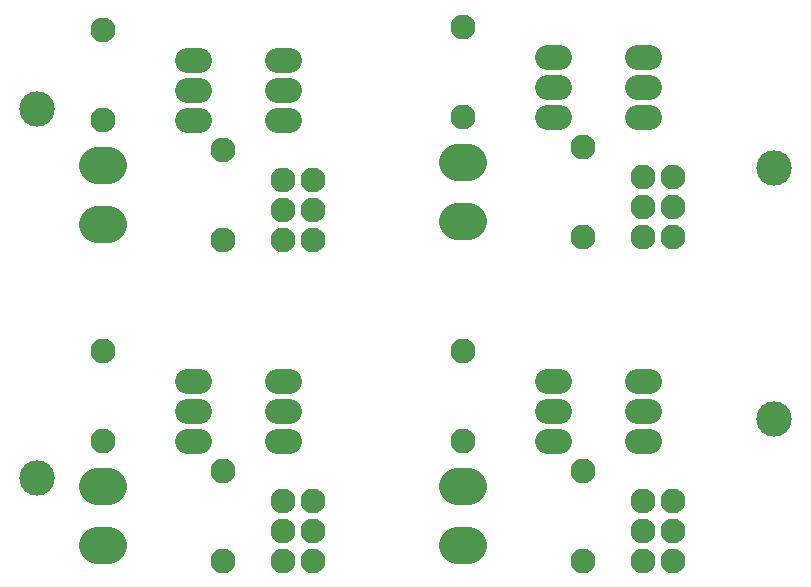
<source format=gbs>
G04 Layer: BottomSolderMaskLayer*
G04 EasyEDA v6.5.9, 2022-12-18 14:38:18*
G04 4aff3cac283946888bffb04ada9a0e28,5dd06754fdd742daa6fe38bf62b7df6b,10*
G04 Gerber Generator version 0.2*
G04 Scale: 100 percent, Rotated: No, Reflected: No *
G04 Dimensions in millimeters *
G04 leading zeros omitted , absolute positions ,4 integer and 5 decimal *
%FSLAX45Y45*%
%MOMM*%

%ADD10C,2.1016*%
%ADD11C,3.1016*%
%ADD12C,3.0000*%

%LPD*%
D10*
X1802599Y4622800D02*
G01*
X1702600Y4622800D01*
X1802599Y4368800D02*
G01*
X1702600Y4368800D01*
X2464600Y4368800D02*
G01*
X2564599Y4368800D01*
X2464600Y4622800D02*
G01*
X2564599Y4622800D01*
X1802599Y4114800D02*
G01*
X1702600Y4114800D01*
X2464600Y4114800D02*
G01*
X2564599Y4114800D01*
D11*
X942479Y3731260D02*
G01*
X1038720Y3731260D01*
X942479Y3228340D02*
G01*
X1038720Y3228340D01*
X942479Y1013460D02*
G01*
X1038720Y1013460D01*
X942479Y510540D02*
G01*
X1038720Y510540D01*
D10*
X1802599Y1905000D02*
G01*
X1702600Y1905000D01*
X1802599Y1651000D02*
G01*
X1702600Y1651000D01*
X2464600Y1651000D02*
G01*
X2564599Y1651000D01*
X2464600Y1905000D02*
G01*
X2564599Y1905000D01*
X1802599Y1397000D02*
G01*
X1702600Y1397000D01*
X2464600Y1397000D02*
G01*
X2564599Y1397000D01*
D11*
X3990479Y1013460D02*
G01*
X4086720Y1013460D01*
X3990479Y510540D02*
G01*
X4086720Y510540D01*
D10*
X4850599Y1905000D02*
G01*
X4750600Y1905000D01*
X4850599Y1651000D02*
G01*
X4750600Y1651000D01*
X5512600Y1651000D02*
G01*
X5612599Y1651000D01*
X5512600Y1905000D02*
G01*
X5612599Y1905000D01*
X4850599Y1397000D02*
G01*
X4750600Y1397000D01*
X5512600Y1397000D02*
G01*
X5612599Y1397000D01*
D11*
X3990479Y3756660D02*
G01*
X4086720Y3756660D01*
X3990479Y3253740D02*
G01*
X4086720Y3253740D01*
D10*
X4850599Y4648200D02*
G01*
X4750600Y4648200D01*
X4850599Y4394200D02*
G01*
X4750600Y4394200D01*
X5512600Y4394200D02*
G01*
X5612599Y4394200D01*
X5512600Y4648200D02*
G01*
X5612599Y4648200D01*
X4850599Y4140200D02*
G01*
X4750600Y4140200D01*
X5512600Y4140200D02*
G01*
X5612599Y4140200D01*
G01*
X2514600Y3606800D03*
G01*
X2768600Y3606800D03*
G01*
X2514600Y3352800D03*
G01*
X2768600Y3352800D03*
G01*
X2514600Y3098800D03*
G01*
X2768600Y3098800D03*
G01*
X990600Y4114800D03*
G01*
X990600Y4876800D03*
G01*
X2006600Y3860800D03*
G01*
X2006600Y3098800D03*
G01*
X2006600Y1143000D03*
G01*
X2006600Y381000D03*
G01*
X990600Y1397000D03*
G01*
X990600Y2159000D03*
G01*
X2514600Y889000D03*
G01*
X2768600Y889000D03*
G01*
X2514600Y635000D03*
G01*
X2768600Y635000D03*
G01*
X2514600Y381000D03*
G01*
X2768600Y381000D03*
G01*
X5054600Y1143000D03*
G01*
X5054600Y381000D03*
G01*
X4038600Y1397000D03*
G01*
X4038600Y2159000D03*
G01*
X5562600Y889000D03*
G01*
X5816600Y889000D03*
G01*
X5562600Y635000D03*
G01*
X5816600Y635000D03*
G01*
X5562600Y381000D03*
G01*
X5816600Y381000D03*
G01*
X5054600Y3886200D03*
G01*
X5054600Y3124200D03*
G01*
X4038600Y4140200D03*
G01*
X4038600Y4902200D03*
G01*
X5562600Y3632200D03*
G01*
X5816600Y3632200D03*
G01*
X5562600Y3378200D03*
G01*
X5816600Y3378200D03*
G01*
X5562600Y3124200D03*
G01*
X5816600Y3124200D03*
D12*
G01*
X435000Y4207002D03*
G01*
X6673799Y3707003D03*
G01*
X435000Y1079398D03*
G01*
X6673799Y1579397D03*
M02*

</source>
